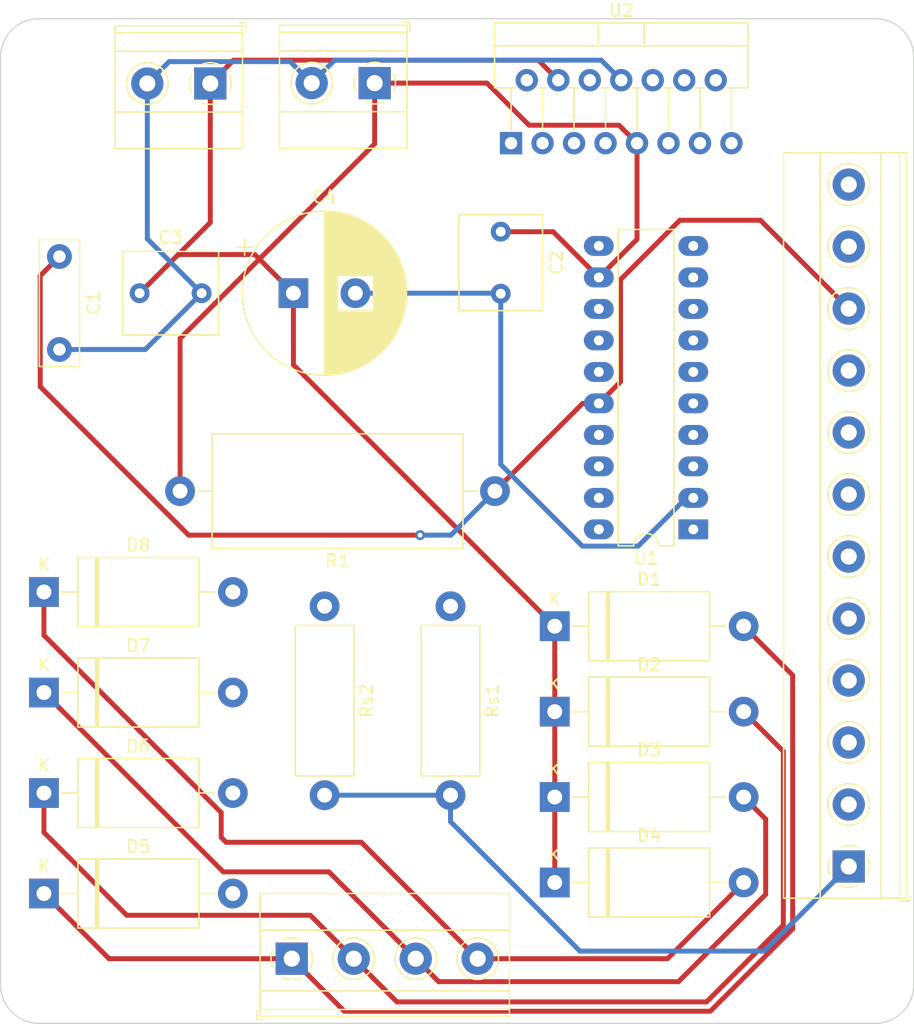
<source format=kicad_pcb>
(kicad_pcb (version 20221018) (generator pcbnew)
  (title_block (title "Two phase bipolar stepper motor controller") (date "2023-06-15") (rev "REV1") (company "My company"))
  (layers (0 "F.Cu" signal) (31 "B.Cu" signal) (34 "B.Paste" user) (35 "F.Paste" user) (36 "B.SilkS" user "B.Silkscreen") (37 "F.SilkS" user "F.Silkscreen") (38 "B.Mask" user) (39 "F.Mask" user) (44 "Edge.Cuts" user))
  (net 0 "")
  (net 1 "/OSC")
  (net 2 "GND")
  (net 3 "VS")
  (net 4 "Net-(D1-A)")
  (net 5 "Net-(D2-A)")
  (net 6 "Net-(D3-A)")
  (net 7 "Net-(D4-A)")
  (net 8 "/HALF")
  (net 9 "/HOME")
  (net 10 "/Vref")
  (net 11 "/CLK")
  (net 12 "/CW")
  (net 13 "/ENA")
  (net 14 "/RESET")
  (net 15 "/CTRL")
  (net 16 "/SYNC")
  (net 18 "/Rs1")
  (net 19 "/Rs2")
  (net 20 "Net-(U1-A)")
  (net 21 "Net-(U1-INH1)")
  (net 22 "Net-(U1-B)")
  (net 23 "Net-(U1-C)")
  (net 24 "Net-(U1-INH2)")
  (net 25 "Net-(U1-D)")
  (footprint "Package_TO_SOT_THT:TO-220-15_P2.54x2.54mm_StaggerOdd_Lead4.58mm_Vertical" (layer "F.Cu") (at 154.21 62.36)
    (fp_text reference "U2" (at 8.89 -10.7) (layer "F.SilkS"))
    (fp_text value "L298N")
    (pad "1" thru_hole rect (at 0 0) (size 1.8 1.8) (drill 1) (layers "*.Cu" "*.Mask") (net 18 "/Rs1"))
    (pad "2" thru_hole oval (at 1.27 -5.08) (size 1.8 1.8) (drill 1) (layers "*.Cu" "*.Mask") (net 4 "Net-(D1-A)"))
    (pad "3" thru_hole oval (at 2.54 0) (size 1.8 1.8) (drill 1) (layers "*.Cu" "*.Mask") (net 5 "Net-(D2-A)"))
    (pad "4" thru_hole oval (at 3.81 -5.08) (size 1.8 1.8) (drill 1) (layers "*.Cu" "*.Mask") (net 3 "VS"))
    (pad "5" thru_hole oval (at 5.08 0) (size 1.8 1.8) (drill 1) (layers "*.Cu" "*.Mask") (net 20 "Net-(U1-A)"))
    (pad "6" thru_hole oval (at 6.35 -5.08) (size 1.8 1.8) (drill 1) (layers "*.Cu" "*.Mask") (net 21 "Net-(U1-INH1)"))
    (pad "7" thru_hole oval (at 7.62 0) (size 1.8 1.8) (drill 1) (layers "*.Cu" "*.Mask") (net 22 "Net-(U1-B)"))
    (pad "8" thru_hole oval (at 8.89 -5.08) (size 1.8 1.8) (drill 1) (layers "*.Cu" "*.Mask") (net 2 "GND"))
    (pad "9" thru_hole oval (at 10.16 0) (size 1.8 1.8) (drill 1) (layers "*.Cu" "*.Mask") (net 3 "VS"))
    (pad "10" thru_hole oval (at 11.43 -5.08) (size 1.8 1.8) (drill 1) (layers "*.Cu" "*.Mask") (net 23 "Net-(U1-C)"))
    (pad "11" thru_hole oval (at 12.7 0) (size 1.8 1.8) (drill 1) (layers "*.Cu" "*.Mask") (net 24 "Net-(U1-INH2)"))
    (pad "12" thru_hole oval (at 13.97 -5.08) (size 1.8 1.8) (drill 1) (layers "*.Cu" "*.Mask") (net 25 "Net-(U1-D)"))
    (pad "13" thru_hole oval (at 15.24 0) (size 1.8 1.8) (drill 1) (layers "*.Cu" "*.Mask") (net 6 "Net-(D3-A)"))
    (pad "14" thru_hole oval (at 16.51 -5.08) (size 1.8 1.8) (drill 1) (layers "*.Cu" "*.Mask") (net 7 "Net-(D4-A)"))
    (pad "15" thru_hole oval (at 17.78 0) (size 1.8 1.8) (drill 1) (layers "*.Cu" "*.Mask") (net 19 "/Rs2"))
  )
  (footprint "Capacitor_THT:CP_Radial_D13.0mm_P5.00mm" (layer "F.Cu") (at 136.652 74.46)
    (fp_text reference "C4" (at 2.5 -7.75) (layer "F.SilkS"))
    (fp_text value "470uF")
    (pad "1" thru_hole rect (at 0 0) (size 2.4 2.4) (drill 1.2) (layers "*.Cu" "*.Mask") (net 3 "VS"))
    (pad "2" thru_hole circle (at 5 0) (size 2.4 2.4) (drill 1.2) (layers "*.Cu" "*.Mask") (net 2 "GND"))
  )
  (footprint "Diode_THT:D_DO-27_P15.24mm_Horizontal" (layer "F.Cu") (at 157.734 115.1)
    (fp_text reference "D3" (at 7.62 -3.785) (layer "F.SilkS"))
    (fp_text value " ")
    (fp_text user "K" (at 0 -2.2) (layer "F.SilkS"))
    (pad "1" thru_hole rect (at 0 0) (size 2.4 2.4) (drill 1.2) (layers "*.Cu" "*.Mask") (net 3 "VS"))
    (pad "2" thru_hole oval (at 15.24 0) (size 2.4 2.4) (drill 1.2) (layers "*.Cu" "*.Mask") (net 6 "Net-(D3-A)"))
  )
  (footprint "MountingHole:MountingHole_2.5mm" (layer "F.Cu") (at 181.7 129.025)
    (fp_text reference "REF**" hide)
    (fp_text value "MountingHole_2.5mm" hide)
    (pad "" np_thru_hole circle (at 0 0) (size 2.5 2.5) (drill 2.5) (layers "F&B.Cu" "*.Mask"))
  )
  (footprint "Diode_THT:D_DO-27_P15.24mm_Horizontal" (layer "F.Cu") (at 157.734 121.99)
    (fp_text reference "D4" (at 7.62 -3.785) (layer "F.SilkS"))
    (fp_text value " ")
    (fp_text user "K" (at 0 -2.2) (layer "F.SilkS"))
    (pad "1" thru_hole rect (at 0 0) (size 2.4 2.4) (drill 1.2) (layers "*.Cu" "*.Mask") (net 3 "VS"))
    (pad "2" thru_hole oval (at 15.24 0) (size 2.4 2.4) (drill 1.2) (layers "*.Cu" "*.Mask") (net 7 "Net-(D4-A)"))
  )
  (footprint "Resistor_THT:R_Axial_DIN0414_L11.9mm_D4.5mm_P15.24mm_Horizontal" (layer "F.Cu") (at 139.165 99.71 -90)
    (fp_text reference "Rs2" (at 7.62 -3.37 90) (layer "F.SilkS"))
    (fp_text value "0.5 ohm")
    (pad "1" thru_hole circle (at 0 0 270) (size 2.4 2.4) (drill 1.2) (layers "*.Cu" "*.Mask") (net 19 "/Rs2"))
    (pad "2" thru_hole oval (at 15.24 0 270) (size 2.4 2.4) (drill 1.2) (layers "*.Cu" "*.Mask") (net 2 "GND"))
  )
  (footprint "Capacitor_THT:C_Rect_L7.5mm_W6.5mm_P5.00mm" (layer "F.Cu") (at 124.246 74.46)
    (fp_text reference "C3" (at 2.5 -4.5) (layer "F.SilkS"))
    (fp_text value "100nF")
    (pad "1" thru_hole circle (at 0 0) (size 1.6 1.6) (drill 0.8) (layers "*.Cu" "*.Mask") (net 3 "VS"))
    (pad "2" thru_hole circle (at 5 0) (size 1.6 1.6) (drill 0.8) (layers "*.Cu" "*.Mask") (net 2 "GND"))
  )
  (footprint "Capacitor_THT:C_Rect_L10.0mm_W3.0mm_P7.50mm_FKS3_FKP3" (layer "F.Cu") (at 117.775 71.5 -90)
    (fp_text reference "C1" (at 3.75 -2.75 90) (layer "F.SilkS"))
    (fp_text value "3.3nF")
    (pad "1" thru_hole circle (at 0 0 270) (size 2 2) (drill 1) (layers "*.Cu" "*.Mask") (net 1 "/OSC"))
    (pad "2" thru_hole circle (at 7.5 0 270) (size 2 2) (drill 1) (layers "*.Cu" "*.Mask") (net 2 "GND"))
  )
  (footprint "TerminalBlock_Phoenix:TerminalBlock_Phoenix_MKDS-1,5-2-5.08_1x02_P5.08mm_Horizontal" (layer "F.Cu") (at 143.205 57.515 180)
    (fp_text reference "J1" hide)
    (fp_text value "Screw_Terminal_01x02" hide)
    (pad "1" thru_hole rect (at 0 0 180) (size 2.6 2.6) (drill 1.3) (layers "*.Cu" "*.Mask") (net 3 "VS"))
    (pad "2" thru_hole circle (at 5.08 0 180) (size 2.6 2.6) (drill 1.3) (layers "*.Cu" "*.Mask") (net 2 "GND"))
  )
  (footprint "TerminalBlock_Phoenix:TerminalBlock_Phoenix_MKDS-1,5-4_1x04_P5.00mm_Horizontal" (layer "F.Cu") (at 136.518 128.137)
    (fp_text reference "J4" hide)
    (fp_text value "Screw_Terminal_01x04" hide)
    (pad "1" thru_hole rect (at 0 0) (size 2.6 2.6) (drill 1.3) (layers "*.Cu" "*.Mask") (net 4 "Net-(D1-A)"))
    (pad "2" thru_hole circle (at 5 0) (size 2.6 2.6) (drill 1.3) (layers "*.Cu" "*.Mask") (net 5 "Net-(D2-A)"))
    (pad "3" thru_hole circle (at 10 0) (size 2.6 2.6) (drill 1.3) (layers "*.Cu" "*.Mask") (net 6 "Net-(D3-A)"))
    (pad "4" thru_hole circle (at 15 0) (size 2.6 2.6) (drill 1.3) (layers "*.Cu" "*.Mask") (net 7 "Net-(D4-A)"))
  )
  (footprint "Resistor_THT:R_Axial_DIN0922_L20.0mm_D9.0mm_P25.40mm_Horizontal" (layer "F.Cu") (at 152.908 90.424 180)
    (fp_text reference "R1" (at 12.7 -5.62) (layer "F.SilkS"))
    (fp_text value "22k")
    (pad "1" thru_hole circle (at 0 0 180) (size 2.4 2.4) (drill 1.2) (layers "*.Cu" "*.Mask") (net 1 "/OSC"))
    (pad "2" thru_hole oval (at 25.4 0 180) (size 2.4 2.4) (drill 1.2) (layers "*.Cu" "*.Mask") (net 3 "VS"))
  )
  (footprint "Diode_THT:D_DO-27_P15.24mm_Horizontal" (layer "F.Cu") (at 157.734 101.32)
    (fp_text reference "D1" (at 7.62 -3.785) (layer "F.SilkS"))
    (fp_text value " ")
    (fp_text user "K" (at 0 -2.2) (layer "F.SilkS"))
    (pad "1" thru_hole rect (at 0 0) (size 2.4 2.4) (drill 1.2) (layers "*.Cu" "*.Mask") (net 3 "VS"))
    (pad "2" thru_hole oval (at 15.24 0) (size 2.4 2.4) (drill 1.2) (layers "*.Cu" "*.Mask") (net 4 "Net-(D1-A)"))
  )
  (footprint "MountingHole:MountingHole_2.5mm" (layer "F.Cu") (at 117.175 56.75)
    (fp_text reference "REF**" hide)
    (fp_text value "MountingHole_2.5mm" hide)
    (pad "" np_thru_hole circle (at 0 0) (size 2.5 2.5) (drill 2.5) (layers "F&B.Cu" "*.Mask"))
  )
  (footprint "Diode_THT:D_DO-27_P15.24mm_Horizontal" (layer "F.Cu") (at 116.525 98.558334)
    (fp_text reference "D8" (at 7.62 -3.785) (layer "F.SilkS"))
    (fp_text value " ")
    (fp_text user "K" (at 0 -2.2) (layer "F.SilkS"))
    (pad "1" thru_hole rect (at 0 0) (size 2.4 2.4) (drill 1.2) (layers "*.Cu" "*.Mask") (net 7 "Net-(D4-A)"))
    (pad "2" thru_hole oval (at 15.24 0) (size 2.4 2.4) (drill 1.2) (layers "*.Cu" "*.Mask") (net 2 "GND"))
  )
  (footprint "Diode_THT:D_DO-27_P15.24mm_Horizontal" (layer "F.Cu") (at 116.525 122.883334)
    (fp_text reference "D5" (at 7.62 -3.785) (layer "F.SilkS"))
    (fp_text value " ")
    (fp_text user "K" (at 0 -2.2) (layer "F.SilkS"))
    (pad "1" thru_hole rect (at 0 0) (size 2.4 2.4) (drill 1.2) (layers "*.Cu" "*.Mask") (net 4 "Net-(D1-A)"))
    (pad "2" thru_hole oval (at 15.24 0) (size 2.4 2.4) (drill 1.2) (layers "*.Cu" "*.Mask") (net 2 "GND"))
  )
  (footprint "Diode_THT:D_DO-27_P15.24mm_Horizontal" (layer "F.Cu") (at 157.734 108.21)
    (fp_text reference "D2" (at 7.62 -3.785) (layer "F.SilkS"))
    (fp_text value " ")
    (fp_text user "K" (at 0 -2.2) (layer "F.SilkS"))
    (pad "1" thru_hole rect (at 0 0) (size 2.4 2.4) (drill 1.2) (layers "*.Cu" "*.Mask") (net 3 "VS"))
    (pad "2" thru_hole oval (at 15.24 0) (size 2.4 2.4) (drill 1.2) (layers "*.Cu" "*.Mask") (net 5 "Net-(D2-A)"))
  )
  (footprint "Diode_THT:D_DO-27_P15.24mm_Horizontal" (layer "F.Cu") (at 116.525 106.666667)
    (fp_text reference "D7" (at 7.62 -3.785) (layer "F.SilkS"))
    (fp_text value " ")
    (fp_text user "K" (at 0 -2.2) (layer "F.SilkS"))
    (pad "1" thru_hole rect (at 0 0) (size 2.4 2.4) (drill 1.2) (layers "*.Cu" "*.Mask") (net 6 "Net-(D3-A)"))
    (pad "2" thru_hole oval (at 15.24 0) (size 2.4 2.4) (drill 1.2) (layers "*.Cu" "*.Mask") (net 2 "GND"))
  )
  (footprint "MountingHole:MountingHole_2.5mm" (layer "F.Cu") (at 180.95 56.75)
    (fp_text reference "REF**" hide)
    (fp_text value "MountingHole_2.5mm" hide)
    (pad "" np_thru_hole circle (at 0 0) (size 2.5 2.5) (drill 2.5) (layers "*.Cu" "*.Mask"))
  )
  (footprint "Package_DIP:DIP-20_W7.62mm_LongPads" (layer "F.Cu") (at 168.91 93.51 180)
    (fp_text reference "U1" (at 3.81 -2.33) (layer "F.SilkS"))
    (fp_text value "L297")
    (pad "1" thru_hole rect (at 0 0 180) (size 2.4 1.6) (drill 0.8) (layers "*.Cu" "*.Mask") (net 16 "/SYNC"))
    (pad "2" thru_hole oval (at 0 2.54 180) (size 2.4 1.6) (drill 0.8) (layers "*.Cu" "*.Mask") (net 2 "GND"))
    (pad "3" thru_hole oval (at 0 5.08 180) (size 2.4 1.6) (drill 0.8) (layers "*.Cu" "*.Mask") (net 9 "/HOME"))
    (pad "4" thru_hole oval (at 0 7.62 180) (size 2.4 1.6) (drill 0.8) (layers "*.Cu" "*.Mask") (net 20 "Net-(U1-A)"))
    (pad "5" thru_hole oval (at 0 10.16 180) (size 2.4 1.6) (drill 0.8) (layers "*.Cu" "*.Mask") (net 21 "Net-(U1-INH1)"))
    (pad "6" thru_hole oval (at 0 12.7 180) (size 2.4 1.6) (drill 0.8) (layers "*.Cu" "*.Mask") (net 22 "Net-(U1-B)"))
    (pad "7" thru_hole oval (at 0 15.24 180) (size 2.4 1.6) (drill 0.8) (layers "*.Cu" "*.Mask") (net 23 "Net-(U1-C)"))
    (pad "8" thru_hole oval (at 0 17.78 180) (size 2.4 1.6) (drill 0.8) (layers "*.Cu" "*.Mask") (net 24 "Net-(U1-INH2)"))
    (pad "9" thru_hole oval (at 0 20.32 180) (size 2.4 1.6) (drill 0.8) (layers "*.Cu" "*.Mask") (net 25 "Net-(U1-D)"))
    (pad "10" thru_hole oval (at 0 22.86 180) (size 2.4 1.6) (drill 0.8) (layers "*.Cu" "*.Mask") (net 13 "/ENA"))
    (pad "11" thru_hole oval (at 7.62 22.86 180) (size 2.4 1.6) (drill 0.8) (layers "*.Cu" "*.Mask") (net 15 "/CTRL"))
    (pad "12" thru_hole oval (at 7.62 20.32 180) (size 2.4 1.6) (drill 0.8) (layers "*.Cu" "*.Mask") (net 3 "VS"))
    (pad "13" thru_hole oval (at 7.62 17.78 180) (size 2.4 1.6) (drill 0.8) (layers "*.Cu" "*.Mask") (net 19 "/Rs2"))
    (pad "14" thru_hole oval (at 7.62 15.24 180) (size 2.4 1.6) (drill 0.8) (layers "*.Cu" "*.Mask") (net 18 "/Rs1"))
    (pad "15" thru_hole oval (at 7.62 12.7 180) (size 2.4 1.6) (drill 0.8) (layers "*.Cu" "*.Mask") (net 10 "/Vref"))
    (pad "16" thru_hole oval (at 7.62 10.16 180) (size 2.4 1.6) (drill 0.8) (layers "*.Cu" "*.Mask") (net 1 "/OSC"))
    (pad "17" thru_hole oval (at 7.62 7.62 180) (size 2.4 1.6) (drill 0.8) (layers "*.Cu" "*.Mask") (net 12 "/CW"))
    (pad "18" thru_hole oval (at 7.62 5.08 180) (size 2.4 1.6) (drill 0.8) (layers "*.Cu" "*.Mask") (net 11 "/CLK"))
    (pad "19" thru_hole oval (at 7.62 2.54 180) (size 2.4 1.6) (drill 0.8) (layers "*.Cu" "*.Mask") (net 8 "/HALF"))
    (pad "20" thru_hole oval (at 7.62 0 180) (size 2.4 1.6) (drill 0.8) (layers "*.Cu" "*.Mask") (net 14 "/RESET"))
  )
  (footprint "Diode_THT:D_DO-27_P15.24mm_Horizontal" (layer "F.Cu") (at 116.525 114.775)
    (fp_text reference "D6" (at 7.62 -3.785) (layer "F.SilkS"))
    (fp_text value " ")
    (fp_text user "K" (at 0 -2.2) (layer "F.SilkS"))
    (pad "1" thru_hole rect (at 0 0) (size 2.4 2.4) (drill 1.2) (layers "*.Cu" "*.Mask") (net 5 "Net-(D2-A)"))
    (pad "2" thru_hole oval (at 15.24 0) (size 2.4 2.4) (drill 1.2) (layers "*.Cu" "*.Mask") (net 2 "GND"))
  )
  (footprint "MountingHole:MountingHole_2.5mm" (layer "F.Cu") (at 117.5 129.025)
    (fp_text reference "REF**" hide)
    (fp_text value "MountingHole_2.5mm" hide)
    (pad "" np_thru_hole circle (at 0 0) (size 2.5 2.5) (drill 2.5) (layers "F&B.Cu" "*.Mask"))
  )
  (footprint "TerminalBlock_Phoenix:TerminalBlock_Phoenix_MKDS-1,5-2-5.08_1x02_P5.08mm_Horizontal" (layer "F.Cu") (at 129.945 57.545 180)
    (fp_text reference "J2" hide)
    (fp_text value "Screw_Terminal_01x02" hide)
    (pad "1" thru_hole rect (at 0 0 180) (size 2.6 2.6) (drill 1.3) (layers "*.Cu" "*.Mask") (net 3 "VS"))
    (pad "2" thru_hole circle (at 5.08 0 180) (size 2.6 2.6) (drill 1.3) (layers "*.Cu" "*.Mask") (net 2 "GND"))
  )
  (footprint "TerminalBlock_Phoenix:TerminalBlock_Phoenix_MKDS-1,5-12_1x12_P5.00mm_Horizontal" (layer "F.Cu") (at 181.45 120.7 90)
    (fp_text reference "J3" hide)
    (fp_text value "Screw_Terminal_01x12" hide)
    (pad "1" thru_hole rect (at 0 0 90) (size 2.6 2.6) (drill 1.3) (layers "*.Cu" "*.Mask") (net 2 "GND"))
    (pad "2" thru_hole circle (at 5 0 90) (size 2.6 2.6) (drill 1.3) (layers "*.Cu" "*.Mask") (net 8 "/HALF"))
    (pad "3" thru_hole circle (at 10 0 90) (size 2.6 2.6) (drill 1.3) (layers "*.Cu" "*.Mask") (net 9 "/HOME"))
    (pad "4" thru_hole circle (at 15 0 90) (size 2.6 2.6) (drill 1.3) (layers "*.Cu" "*.Mask") (net 10 "/Vref"))
    (pad "5" thru_hole circle (at 20 0 90) (size 2.6 2.6) (drill 1.3) (layers "*.Cu" "*.Mask") (net 11 "/CLK"))
    (pad "6" thru_hole circle (at 25 0 90) (size 2.6 2.6) (drill 1.3) (layers "*.Cu" "*.Mask") (net 12 "/CW"))
    (pad "7" thru_hole circle (at 30 0 90) (size 2.6 2.6) (drill 1.3) (layers "*.Cu" "*.Mask") (net 13 "/ENA"))
    (pad "8" thru_hole circle (at 35 0 90) (size 2.6 2.6) (drill 1.3) (layers "*.Cu" "*.Mask") (net 14 "/RESET"))
    (pad "9" thru_hole circle (at 40 0 90) (size 2.6 2.6) (drill 1.3) (layers "*.Cu" "*.Mask") (net 15 "/CTRL"))
    (pad "10" thru_hole circle (at 45 0 90) (size 2.6 2.6) (drill 1.3) (layers "*.Cu" "*.Mask") (net 1 "/OSC"))
    (pad "11" thru_hole circle (at 50 0 90) (size 2.6 2.6) (drill 1.3) (layers "*.Cu" "*.Mask") (net 16 "/SYNC"))
    (pad "12" thru_hole circle (at 55 0 90) (size 2.6 2.6) (drill 1.3) (layers "*.Cu" "*.Mask"))
  )
  (footprint "Capacitor_THT:C_Rect_L7.5mm_W6.5mm_P5.00mm" (layer "F.Cu") (at 153.375 69.5 -90)
    (fp_text reference "C2" (at 2.5 -4.5 90) (layer "F.SilkS"))
    (fp_text value "100nF")
    (pad "1" thru_hole circle (at 0 0 270) (size 1.6 1.6) (drill 0.8) (layers "*.Cu" "*.Mask") (net 3 "VS"))
    (pad "2" thru_hole circle (at 5 0 270) (size 1.6 1.6) (drill 0.8) (layers "*.Cu" "*.Mask") (net 2 "GND"))
  )
  (footprint "Resistor_THT:R_Axial_DIN0414_L11.9mm_D4.5mm_P15.24mm_Horizontal" (layer "F.Cu") (at 149.325 99.71 -90)
    (fp_text reference "Rs1" (at 7.62 -3.37 90) (layer "F.SilkS"))
    (fp_text value "0.5ohm")
    (pad "1" thru_hole circle (at 0 0 270) (size 2.4 2.4) (drill 1.2) (layers "*.Cu" "*.Mask") (net 18 "/Rs1"))
    (pad "2" thru_hole oval (at 15.24 0 270) (size 2.4 2.4) (drill 1.2) (layers "*.Cu" "*.Mask") (net 2 "GND"))
  )
  (gr_arc (start 113.029957 55.410043) (mid 113.93501 53.225053) (end 116.12 52.32) (stroke (width 0.1)) (layer "Edge.Cuts"))
  (gr_line (start 116.120043 133.350043) (end 183.6 133.350043) (stroke (width 0.1)) (layer "Edge.Cuts"))
  (gr_arc (start 183.599957 52.32) (mid 185.784947 53.225053) (end 186.69 55.410043) (stroke (width 0.1)) (layer "Edge.Cuts"))
  (gr_line (start 116.12 52.32) (end 183.599957 52.32) (stroke (width 0.1)) (layer "Edge.Cuts"))
  (gr_line (start 186.690043 130.259957) (end 186.690043 55.410043) (stroke (width 0.1)) (layer "Edge.Cuts"))
  (gr_arc (start 116.120043 133.350043) (mid 113.935053 132.44499) (end 113.03 130.26) (stroke (width 0.1)) (layer "Edge.Cuts"))
  (gr_arc (start 186.690043 130.259957) (mid 185.78499 132.444947) (end 183.6 133.35) (stroke (width 0.1)) (layer "Edge.Cuts"))
  (gr_line (start 113.029957 55.410043) (end 113.029957 130.26) (stroke (width 0.1)) (layer "Edge.Cuts"))
  (segment (start 128.2 93.975) (end 146.875 93.975) (width 0.4) (layer "F.Cu") (net 1))
  (segment (start 117.775 71.5) (end 116.225 73.05) (width 0.4) (layer "F.Cu") (net 1))
  (segment (start 116.225 73.05) (end 116.225 82) (width 0.4) (layer "F.Cu") (net 1))
  (segment (start 152.908 90.424) (end 159.982 83.35) (width 0.4) (layer "F.Cu") (net 1))
  (segment (start 174.325 68.575) (end 167.825 68.575) (width 0.4) (layer "F.Cu") (net 1))
  (segment (start 163.04 81.6) (end 161.29 83.35) (width 0.4) (layer "F.Cu") (net 1))
  (segment (start 167.825 68.575) (end 163.04 73.36) (width 0.4) (layer "F.Cu") (net 1))
  (segment (start 163.04 73.36) (end 163.04 81.6) (width 0.4) (layer "F.Cu") (net 1))
  (segment (start 181.45 75.7) (end 174.325 68.575) (width 0.4) (layer "F.Cu") (net 1))
  (segment (start 159.982 83.35) (end 161.29 83.35) (width 0.4) (layer "F.Cu") (net 1))
  (segment (start 116.225 82) (end 128.2 93.975) (width 0.4) (layer "F.Cu") (net 1))
  (via (at 146.875 93.975) (size 0.8) (drill 0.4) (layers "F.Cu" "B.Cu") (net 1))
  (segment (start 149.357 93.975) (end 152.908 90.424) (width 0.4) (layer "B.Cu") (net 1))
  (segment (start 146.875 93.975) (end 149.357 93.975) (width 0.4) (layer "B.Cu") (net 1))
  (segment (start 159.769 127.525) (end 174.625 127.525) (width 0.4) (layer "B.Cu") (net 2))
  (segment (start 141.652 74.46) (end 153.335 74.46) (width 0.4) (layer "B.Cu") (net 2))
  (segment (start 136.39 55.78) (end 126.63 55.78) (width 0.4) (layer "B.Cu") (net 2))
  (segment (start 161.485 55.665) (end 163.1 57.28) (width 0.4) (layer "B.Cu") (net 2))
  (segment (start 149.325 114.95) (end 149.325 117.081) (width 0.4) (layer "B.Cu") (net 2))
  (segment (start 153.335 74.46) (end 153.375 74.5) (width 0.4) (layer "B.Cu") (net 2))
  (segment (start 124.865 57.545) (end 124.865 70.079) (width 0.4) (layer "B.Cu") (net 2))
  (segment (start 138.125 57.515) (end 139.975 55.665) (width 0.4) (layer "B.Cu") (net 2))
  (segment (start 164.46 94.86) (end 168.35 90.97) (width 0.4) (layer "B.Cu") (net 2))
  (segment (start 149.325 117.081) (end 159.769 127.525) (width 0.4) (layer "B.Cu") (net 2))
  (segment (start 168.35 90.97) (end 168.91 90.97) (width 0.4) (layer "B.Cu") (net 2))
  (segment (start 159.96 94.86) (end 164.46 94.86) (width 0.4) (layer "B.Cu") (net 2))
  (segment (start 138.125 57.515) (end 136.39 55.78) (width 0.4) (layer "B.Cu") (net 2))
  (segment (start 124.865 70.079) (end 129.246 74.46) (width 0.4) (layer "B.Cu") (net 2))
  (segment (start 153.375 74.5) (end 153.375 88.275) (width 0.4) (layer "B.Cu") (net 2))
  (segment (start 124.706 79) (end 117.775 79) (width 0.4) (layer "B.Cu") (net 2))
  (segment (start 153.375 88.275) (end 159.96 94.86) (width 0.4) (layer "B.Cu") (net 2))
  (segment (start 139.165 114.95) (end 149.325 114.95) (width 0.4) (layer "B.Cu") (net 2))
  (segment (start 174.625 127.525) (end 181.45 120.7) (width 0.4) (layer "B.Cu") (net 2))
  (segment (start 139.975 55.665) (end 161.485 55.665) (width 0.4) (layer "B.Cu") (net 2))
  (segment (start 181.45 121.25) (end 181.45 120.7) (width 0.4) (layer "B.Cu") (net 2))
  (segment (start 129.246 74.46) (end 124.706 79) (width 0.4) (layer "B.Cu") (net 2))
  (segment (start 126.63 55.78) (end 124.865 57.545) (width 0.4) (layer "B.Cu") (net 2))
  (segment (start 127.508 78.107189) (end 127.508 90.424) (width 0.4) (layer "F.Cu") (net 3))
  (segment (start 131.825 55.665) (end 156.405 55.665) (width 0.4) (layer "F.Cu") (net 3))
  (segment (start 143.205 57.515) (end 143.205 62.410189) (width 0.4) (layer "F.Cu") (net 3))
  (segment (start 157.6 69.5) (end 161.29 73.19) (width 0.4) (layer "F.Cu") (net 3))
  (segment (start 164.37 62.36) (end 164.37 70.11) (width 0.4) (layer "F.Cu") (net 3))
  (segment (start 136.652 74.46) (end 133.5325 71.3405) (width 0.4) (layer "F.Cu") (net 3))
  (segment (start 129.945 57.545) (end 129.945 68.761) (width 0.4) (layer "F.Cu") (net 3))
  (segment (start 164.37 70.11) (end 161.29 73.19) (width 0.4) (layer "F.Cu") (net 3))
  (segment (start 152.265 57.515) (end 155.66 60.91) (width 0.4) (layer "F.Cu") (net 3))
  (segment (start 157.734 121.99) (end 157.734 115.1) (width 0.4) (layer "F.Cu") (net 3))
  (segment (start 129.945 68.761) (end 127.3655 71.3405) (width 0.4) (layer "F.Cu") (net 3))
  (segment (start 156.405 55.665) (end 158.02 57.28) (width 0.4) (layer "F.Cu") (net 3))
  (segment (start 127.3655 71.3405) (end 124.246 74.46) (width 0.4) (layer "F.Cu") (net 3))
  (segment (start 136.652 80.238) (end 157.734 101.32) (width 0.4) (layer "F.Cu") (net 3))
  (segment (start 157.734 115.1) (end 157.734 108.21) (width 0.4) (layer "F.Cu") (net 3))
  (segment (start 143.205 57.515) (end 152.265 57.515) (width 0.4) (layer "F.Cu") (net 3))
  (segment (start 153.375 69.5) (end 157.6 69.5) (width 0.4) (layer "F.Cu") (net 3))
  (segment (start 157.734 108.21) (end 157.734 101.32) (width 0.4) (layer "F.Cu") (net 3))
  (segment (start 129.945 57.545) (end 131.825 55.665) (width 0.4) (layer "F.Cu") (net 3))
  (segment (start 162.92 60.91) (end 164.37 62.36) (width 0.4) (layer "F.Cu") (net 3))
  (segment (start 136.652 74.46) (end 136.652 80.238) (width 0.4) (layer "F.Cu") (net 3))
  (segment (start 155.66 60.91) (end 162.92 60.91) (width 0.4) (layer "F.Cu") (net 3))
  (segment (start 133.5325 71.3405) (end 127.3655 71.3405) (width 0.4) (layer "F.Cu") (net 3))
  (segment (start 143.205 62.410189) (end 127.508 78.107189) (width 0.4) (layer "F.Cu") (net 3))
  (segment (start 121.778666 128.137) (end 116.525 122.883334) (width 0.4) (layer "F.Cu") (net 4))
  (segment (start 176.925 125.73566) (end 176.925 105.271) (width 0.4) (layer "F.Cu") (net 4))
  (segment (start 140.756 132.375) (end 170.28566 132.375) (width 0.4) (layer "F.Cu") (net 4))
  (segment (start 170.28566 132.375) (end 176.925 125.73566) (width 0.4) (layer "F.Cu") (net 4))
  (segment (start 136.518 128.137) (end 140.756 132.375) (width 0.4) (layer "F.Cu") (net 4))
  (segment (start 176.925 105.271) (end 172.974 101.32) (width 0.4) (layer "F.Cu") (net 4))
  (segment (start 136.518 128.137) (end 121.778666 128.137) (width 0.4) (layer "F.Cu") (net 4))
  (segment (start 138.014334 124.633334) (end 123.208334 124.633334) (width 0.4) (layer "F.Cu") (net 5))
  (segment (start 169.975 131.625) (end 145.006 131.625) (width 0.4) (layer "F.Cu") (net 5))
  (segment (start 172.974 108.21) (end 176.175 111.411) (width 0.4) (layer "F.Cu") (net 5))
  (segment (start 116.525 117.95) (end 116.525 114.775) (width 0.4) (layer "F.Cu") (net 5))
  (segment (start 141.518 128.137) (end 138.014334 124.633334) (width 0.4) (layer "F.Cu") (net 5))
  (segment (start 176.175 111.411) (end 176.175 125.425) (width 0.4) (layer "F.Cu") (net 5))
  (segment (start 145.006 131.625) (end 141.518 128.137) (width 0.4) (layer "F.Cu") (net 5))
  (segment (start 176.175 125.425) (end 169.975 131.625) (width 0.4) (layer "F.Cu") (net 5))
  (segment (start 123.208334 124.633334) (end 116.525 117.95) (width 0.4) (layer "F.Cu") (net 5))
  (segment (start 167.713 129.987) (end 174.75 122.95) (width 0.4) (layer "F.Cu") (net 6))
  (segment (start 146.518 128.137) (end 139.514334 121.133334) (width 0.4) (layer "F.Cu") (net 6))
  (segment (start 148.368 129.987) (end 167.713 129.987) (width 0.4) (layer "F.Cu") (net 6))
  (segment (start 146.518 128.137) (end 148.368 129.987) (width 0.4) (layer "F.Cu") (net 6))
  (segment (start 174.75 122.95) (end 174.75 116.876) (width 0.4) (layer "F.Cu") (net 6))
  (segment (start 139.514334 121.133334) (end 130.991667 121.133334) (width 0.4) (layer "F.Cu") (net 6))
  (segment (start 174.75 116.876) (end 172.974 115.1) (width 0.4) (layer "F.Cu") (net 6))
  (segment (start 130.991667 121.133334) (end 116.525 106.666667) (width 0.4) (layer "F.Cu") (net 6))
  (segment (start 130.825 118.35) (end 130.825 116.35) (width 0.4) (layer "F.Cu") (net 7))
  (segment (start 142.131 118.75) (end 131.225 118.75) (width 0.4) (layer "F.Cu") (net 7))
  (segment (start 151.518 128.137) (end 166.827 128.137) (width 0.4) (layer "F.Cu") (net 7))
  (segment (start 166.827 128.137) (end 172.974 121.99) (width 0.4) (layer "F.Cu") (net 7))
  (segment (start 151.518 128.137) (end 142.131 118.75) (width 0.4) (layer "F.Cu") (net 7))
  (segment (start 116.525 102.05) (end 116.525 98.558334) (width 0.4) (layer "F.Cu") (net 7))
  (segment (start 130.825 116.35) (end 116.525 102.05) (width 0.4) (layer "F.Cu") (net 7))
  (segment (start 131.225 118.75) (end 130.825 118.35) (width 0.4) (layer "F.Cu") (net 7))
)
</source>
